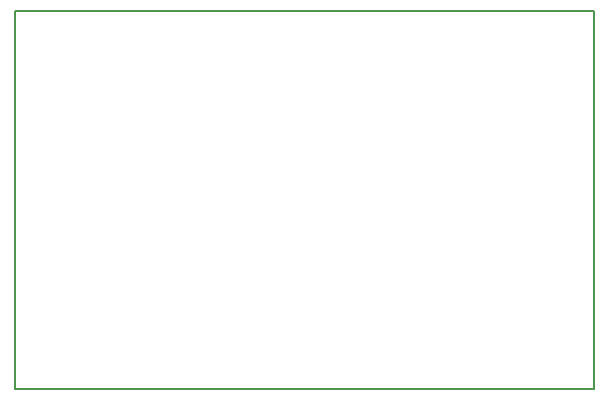
<source format=gm1>
%TF.GenerationSoftware,KiCad,Pcbnew,4.0.6-e0-6349~53~ubuntu16.04.1*%
%TF.CreationDate,2017-03-20T22:22:26+02:00*%
%TF.ProjectId,BLDC_controller,424C44435F636F6E74726F6C6C65722E,1.0*%
%TF.FileFunction,Profile,NP*%
%FSLAX46Y46*%
G04 Gerber Fmt 4.6, Leading zero omitted, Abs format (unit mm)*
G04 Created by KiCad (PCBNEW 4.0.6-e0-6349~53~ubuntu16.04.1) date Mon Mar 20 22:22:26 2017*
%MOMM*%
%LPD*%
G01*
G04 APERTURE LIST*
%ADD10C,0.100000*%
%ADD11C,0.150000*%
G04 APERTURE END LIST*
D10*
D11*
X136250000Y-113000000D02*
X136250000Y-81000000D01*
X185250000Y-113000000D02*
X136250000Y-113000000D01*
X185250000Y-81000000D02*
X185250000Y-113000000D01*
X136250000Y-81000000D02*
X185250000Y-81000000D01*
M02*

</source>
